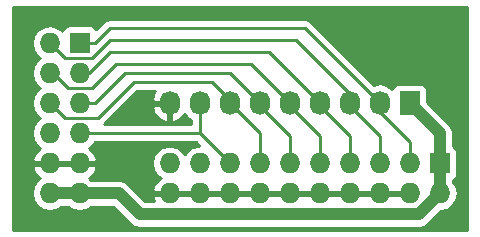
<source format=gbr>
G04 #@! TF.FileFunction,Copper,L1,Top,Signal*
%FSLAX46Y46*%
G04 Gerber Fmt 4.6, Leading zero omitted, Abs format (unit mm)*
G04 Created by KiCad (PCBNEW 0.201512211246+6391~39~ubuntu15.04.1-stable) date Do 31 Dez 2015 10:57:25 CET*
%MOMM*%
G01*
G04 APERTURE LIST*
%ADD10C,0.100000*%
%ADD11R,1.727200X1.727200*%
%ADD12O,1.727200X1.727200*%
%ADD13R,1.727200X2.032000*%
%ADD14O,1.727200X2.032000*%
%ADD15C,1.000000*%
%ADD16C,0.250000*%
%ADD17C,0.254000*%
G04 APERTURE END LIST*
D10*
D11*
X165100000Y-110490000D03*
D12*
X165100000Y-113030000D03*
X162560000Y-110490000D03*
X162560000Y-113030000D03*
X160020000Y-110490000D03*
X160020000Y-113030000D03*
X157480000Y-110490000D03*
X157480000Y-113030000D03*
X154940000Y-110490000D03*
X154940000Y-113030000D03*
X152400000Y-110490000D03*
X152400000Y-113030000D03*
X149860000Y-110490000D03*
X149860000Y-113030000D03*
X147320000Y-110490000D03*
X147320000Y-113030000D03*
X144780000Y-110490000D03*
X144780000Y-113030000D03*
X142240000Y-110490000D03*
X142240000Y-113030000D03*
D13*
X162560000Y-105410000D03*
D14*
X160020000Y-105410000D03*
X157480000Y-105410000D03*
X154940000Y-105410000D03*
X152400000Y-105410000D03*
X149860000Y-105410000D03*
X147320000Y-105410000D03*
X144780000Y-105410000D03*
X142240000Y-105410000D03*
D11*
X134620000Y-100330000D03*
D12*
X132080000Y-100330000D03*
X134620000Y-102870000D03*
X132080000Y-102870000D03*
X134620000Y-105410000D03*
X132080000Y-105410000D03*
X134620000Y-107950000D03*
X132080000Y-107950000D03*
X134620000Y-110490000D03*
X132080000Y-110490000D03*
X134620000Y-113030000D03*
X132080000Y-113030000D03*
D15*
X134620000Y-113030000D02*
X132080000Y-113030000D01*
X165100000Y-110490000D02*
X165100000Y-107950000D01*
X165100000Y-107950000D02*
X162560000Y-105410000D01*
X134620000Y-113030000D02*
X137922000Y-113030000D01*
X163322000Y-114808000D02*
X165100000Y-113030000D01*
X139700000Y-114808000D02*
X163322000Y-114808000D01*
X137922000Y-113030000D02*
X139700000Y-114808000D01*
X165100000Y-113030000D02*
X165100000Y-110490000D01*
D16*
X144780000Y-105410000D02*
X144780000Y-107950000D01*
X134620000Y-107950000D02*
X144780000Y-107950000D01*
X144780000Y-107950000D02*
X147320000Y-110490000D01*
X149860000Y-110490000D02*
X149860000Y-107950000D01*
X149860000Y-107950000D02*
X147320000Y-105410000D01*
X147320000Y-105410000D02*
X147320000Y-105156000D01*
X147320000Y-105156000D02*
X145796000Y-103632000D01*
X145796000Y-103632000D02*
X139192000Y-103632000D01*
X139192000Y-103632000D02*
X136144000Y-106680000D01*
X136144000Y-106680000D02*
X133350000Y-106680000D01*
X133350000Y-106680000D02*
X132080000Y-105410000D01*
X149860000Y-105410000D02*
X149860000Y-105664000D01*
X149860000Y-105664000D02*
X152400000Y-108204000D01*
X152400000Y-108204000D02*
X152400000Y-110490000D01*
X134620000Y-105410000D02*
X135890000Y-105410000D01*
X147320000Y-102870000D02*
X149860000Y-105410000D01*
X138430000Y-102870000D02*
X147320000Y-102870000D01*
X135890000Y-105410000D02*
X138430000Y-102870000D01*
X154940000Y-110490000D02*
X154940000Y-108204000D01*
X154940000Y-108204000D02*
X152400000Y-105664000D01*
X152400000Y-105664000D02*
X152400000Y-105410000D01*
X132080000Y-102870000D02*
X132334000Y-102870000D01*
X132334000Y-102870000D02*
X133604000Y-104140000D01*
X133604000Y-104140000D02*
X135636000Y-104140000D01*
X135636000Y-104140000D02*
X137668000Y-102108000D01*
X137668000Y-102108000D02*
X149098000Y-102108000D01*
X149098000Y-102108000D02*
X152400000Y-105410000D01*
X154940000Y-105410000D02*
X154940000Y-105664000D01*
X154940000Y-105664000D02*
X157480000Y-108204000D01*
X157480000Y-108204000D02*
X157480000Y-110490000D01*
X134620000Y-102870000D02*
X135382000Y-102870000D01*
X135382000Y-102870000D02*
X137160000Y-101092000D01*
X137160000Y-101092000D02*
X150622000Y-101092000D01*
X150622000Y-101092000D02*
X154940000Y-105410000D01*
X160020000Y-110490000D02*
X160020000Y-108204000D01*
X160020000Y-108204000D02*
X157480000Y-105664000D01*
X157480000Y-105664000D02*
X157480000Y-105410000D01*
X157480000Y-105410000D02*
X157480000Y-104648000D01*
X157480000Y-104648000D02*
X152908000Y-100076000D01*
X152908000Y-100076000D02*
X137160000Y-100076000D01*
X137160000Y-100076000D02*
X135636000Y-101600000D01*
X135636000Y-101600000D02*
X133350000Y-101600000D01*
X133350000Y-101600000D02*
X132080000Y-100330000D01*
X160020000Y-105410000D02*
X160020000Y-106172000D01*
X160020000Y-106172000D02*
X162560000Y-108712000D01*
X162560000Y-108712000D02*
X162560000Y-110490000D01*
X134620000Y-100330000D02*
X135890000Y-100330000D01*
X153670000Y-99060000D02*
X160020000Y-105410000D01*
X137160000Y-99060000D02*
X153670000Y-99060000D01*
X135890000Y-100330000D02*
X137160000Y-99060000D01*
D17*
G36*
X167438000Y-116130000D02*
X128980000Y-116130000D01*
X128980000Y-100300641D01*
X130581400Y-100300641D01*
X130581400Y-100359359D01*
X130695474Y-100932848D01*
X131020330Y-101419029D01*
X131291172Y-101600000D01*
X131020330Y-101780971D01*
X130695474Y-102267152D01*
X130581400Y-102840641D01*
X130581400Y-102899359D01*
X130695474Y-103472848D01*
X131020330Y-103959029D01*
X131291172Y-104140000D01*
X131020330Y-104320971D01*
X130695474Y-104807152D01*
X130581400Y-105380641D01*
X130581400Y-105439359D01*
X130695474Y-106012848D01*
X131020330Y-106499029D01*
X131291172Y-106680000D01*
X131020330Y-106860971D01*
X130695474Y-107347152D01*
X130581400Y-107920641D01*
X130581400Y-107979359D01*
X130695474Y-108552848D01*
X131020330Y-109039029D01*
X131291161Y-109219992D01*
X130873179Y-109601510D01*
X130625032Y-110130973D01*
X130745531Y-110363000D01*
X131953000Y-110363000D01*
X131953000Y-110343000D01*
X132207000Y-110343000D01*
X132207000Y-110363000D01*
X134493000Y-110363000D01*
X134493000Y-110343000D01*
X134747000Y-110343000D01*
X134747000Y-110363000D01*
X135954469Y-110363000D01*
X136074968Y-110130973D01*
X135826821Y-109601510D01*
X135408839Y-109219992D01*
X135679670Y-109039029D01*
X135899520Y-108710000D01*
X144465198Y-108710000D01*
X144747269Y-108992071D01*
X144177152Y-109105474D01*
X143690971Y-109430330D01*
X143510000Y-109701172D01*
X143329029Y-109430330D01*
X142842848Y-109105474D01*
X142269359Y-108991400D01*
X142210641Y-108991400D01*
X141637152Y-109105474D01*
X141150971Y-109430330D01*
X140826115Y-109916511D01*
X140712041Y-110490000D01*
X140826115Y-111063489D01*
X141150971Y-111549670D01*
X141474228Y-111765664D01*
X141351510Y-111823179D01*
X140957312Y-112255053D01*
X140785042Y-112670974D01*
X140906183Y-112903000D01*
X142113000Y-112903000D01*
X142113000Y-112883000D01*
X142367000Y-112883000D01*
X142367000Y-112903000D01*
X144653000Y-112903000D01*
X144653000Y-112883000D01*
X144907000Y-112883000D01*
X144907000Y-112903000D01*
X147193000Y-112903000D01*
X147193000Y-112883000D01*
X147447000Y-112883000D01*
X147447000Y-112903000D01*
X149733000Y-112903000D01*
X149733000Y-112883000D01*
X149987000Y-112883000D01*
X149987000Y-112903000D01*
X152273000Y-112903000D01*
X152273000Y-112883000D01*
X152527000Y-112883000D01*
X152527000Y-112903000D01*
X154813000Y-112903000D01*
X154813000Y-112883000D01*
X155067000Y-112883000D01*
X155067000Y-112903000D01*
X157353000Y-112903000D01*
X157353000Y-112883000D01*
X157607000Y-112883000D01*
X157607000Y-112903000D01*
X159893000Y-112903000D01*
X159893000Y-112883000D01*
X160147000Y-112883000D01*
X160147000Y-112903000D01*
X162433000Y-112903000D01*
X162433000Y-112883000D01*
X162687000Y-112883000D01*
X162687000Y-112903000D01*
X162707000Y-112903000D01*
X162707000Y-113157000D01*
X162687000Y-113157000D01*
X162687000Y-113177000D01*
X162433000Y-113177000D01*
X162433000Y-113157000D01*
X160147000Y-113157000D01*
X160147000Y-113177000D01*
X159893000Y-113177000D01*
X159893000Y-113157000D01*
X157607000Y-113157000D01*
X157607000Y-113177000D01*
X157353000Y-113177000D01*
X157353000Y-113157000D01*
X155067000Y-113157000D01*
X155067000Y-113177000D01*
X154813000Y-113177000D01*
X154813000Y-113157000D01*
X152527000Y-113157000D01*
X152527000Y-113177000D01*
X152273000Y-113177000D01*
X152273000Y-113157000D01*
X149987000Y-113157000D01*
X149987000Y-113177000D01*
X149733000Y-113177000D01*
X149733000Y-113157000D01*
X147447000Y-113157000D01*
X147447000Y-113177000D01*
X147193000Y-113177000D01*
X147193000Y-113157000D01*
X144907000Y-113157000D01*
X144907000Y-113177000D01*
X144653000Y-113177000D01*
X144653000Y-113157000D01*
X142367000Y-113157000D01*
X142367000Y-113177000D01*
X142113000Y-113177000D01*
X142113000Y-113157000D01*
X140906183Y-113157000D01*
X140785042Y-113389026D01*
X140902661Y-113673000D01*
X140170132Y-113673000D01*
X138724566Y-112227434D01*
X138356346Y-111981397D01*
X137922000Y-111895000D01*
X135610870Y-111895000D01*
X135408839Y-111760008D01*
X135826821Y-111378490D01*
X136074968Y-110849027D01*
X135954469Y-110617000D01*
X134747000Y-110617000D01*
X134747000Y-110637000D01*
X134493000Y-110637000D01*
X134493000Y-110617000D01*
X132207000Y-110617000D01*
X132207000Y-110637000D01*
X131953000Y-110637000D01*
X131953000Y-110617000D01*
X130745531Y-110617000D01*
X130625032Y-110849027D01*
X130873179Y-111378490D01*
X131291161Y-111760008D01*
X131020330Y-111940971D01*
X130695474Y-112427152D01*
X130581400Y-113000641D01*
X130581400Y-113059359D01*
X130695474Y-113632848D01*
X131020330Y-114119029D01*
X131506511Y-114443885D01*
X132080000Y-114557959D01*
X132653489Y-114443885D01*
X133070870Y-114165000D01*
X133629130Y-114165000D01*
X134046511Y-114443885D01*
X134620000Y-114557959D01*
X135193489Y-114443885D01*
X135610870Y-114165000D01*
X137451868Y-114165000D01*
X138897434Y-115610566D01*
X139265654Y-115856603D01*
X139700000Y-115943000D01*
X163322000Y-115943000D01*
X163756346Y-115856603D01*
X164124566Y-115610566D01*
X165225694Y-114509438D01*
X165702848Y-114414526D01*
X166189029Y-114089670D01*
X166513885Y-113603489D01*
X166627959Y-113030000D01*
X166513885Y-112456511D01*
X166235000Y-112039130D01*
X166235000Y-111933543D01*
X166415041Y-111817690D01*
X166560031Y-111605490D01*
X166611040Y-111353600D01*
X166611040Y-109626400D01*
X166566762Y-109391083D01*
X166427690Y-109174959D01*
X166235000Y-109043300D01*
X166235000Y-107950000D01*
X166148603Y-107515654D01*
X166059397Y-107382148D01*
X165902566Y-107147433D01*
X164071040Y-105315908D01*
X164071040Y-104394000D01*
X164026762Y-104158683D01*
X163887690Y-103942559D01*
X163675490Y-103797569D01*
X163423600Y-103746560D01*
X161696400Y-103746560D01*
X161461083Y-103790838D01*
X161244959Y-103929910D01*
X161099969Y-104142110D01*
X161091600Y-104183439D01*
X161079670Y-104165585D01*
X160593489Y-103840729D01*
X160020000Y-103726655D01*
X159512421Y-103827619D01*
X154207401Y-98522599D01*
X153960839Y-98357852D01*
X153670000Y-98300000D01*
X137160000Y-98300000D01*
X136869160Y-98357852D01*
X136622599Y-98522599D01*
X136019164Y-99126034D01*
X135947690Y-99014959D01*
X135735490Y-98869969D01*
X135483600Y-98818960D01*
X133756400Y-98818960D01*
X133521083Y-98863238D01*
X133304959Y-99002310D01*
X133159969Y-99214510D01*
X133151136Y-99258131D01*
X133139670Y-99240971D01*
X132653489Y-98916115D01*
X132080000Y-98802041D01*
X131506511Y-98916115D01*
X131020330Y-99240971D01*
X130695474Y-99727152D01*
X130581400Y-100300641D01*
X128980000Y-100300641D01*
X128980000Y-97230000D01*
X167438000Y-97230000D01*
X167438000Y-116130000D01*
X167438000Y-116130000D01*
G37*
X167438000Y-116130000D02*
X128980000Y-116130000D01*
X128980000Y-100300641D01*
X130581400Y-100300641D01*
X130581400Y-100359359D01*
X130695474Y-100932848D01*
X131020330Y-101419029D01*
X131291172Y-101600000D01*
X131020330Y-101780971D01*
X130695474Y-102267152D01*
X130581400Y-102840641D01*
X130581400Y-102899359D01*
X130695474Y-103472848D01*
X131020330Y-103959029D01*
X131291172Y-104140000D01*
X131020330Y-104320971D01*
X130695474Y-104807152D01*
X130581400Y-105380641D01*
X130581400Y-105439359D01*
X130695474Y-106012848D01*
X131020330Y-106499029D01*
X131291172Y-106680000D01*
X131020330Y-106860971D01*
X130695474Y-107347152D01*
X130581400Y-107920641D01*
X130581400Y-107979359D01*
X130695474Y-108552848D01*
X131020330Y-109039029D01*
X131291161Y-109219992D01*
X130873179Y-109601510D01*
X130625032Y-110130973D01*
X130745531Y-110363000D01*
X131953000Y-110363000D01*
X131953000Y-110343000D01*
X132207000Y-110343000D01*
X132207000Y-110363000D01*
X134493000Y-110363000D01*
X134493000Y-110343000D01*
X134747000Y-110343000D01*
X134747000Y-110363000D01*
X135954469Y-110363000D01*
X136074968Y-110130973D01*
X135826821Y-109601510D01*
X135408839Y-109219992D01*
X135679670Y-109039029D01*
X135899520Y-108710000D01*
X144465198Y-108710000D01*
X144747269Y-108992071D01*
X144177152Y-109105474D01*
X143690971Y-109430330D01*
X143510000Y-109701172D01*
X143329029Y-109430330D01*
X142842848Y-109105474D01*
X142269359Y-108991400D01*
X142210641Y-108991400D01*
X141637152Y-109105474D01*
X141150971Y-109430330D01*
X140826115Y-109916511D01*
X140712041Y-110490000D01*
X140826115Y-111063489D01*
X141150971Y-111549670D01*
X141474228Y-111765664D01*
X141351510Y-111823179D01*
X140957312Y-112255053D01*
X140785042Y-112670974D01*
X140906183Y-112903000D01*
X142113000Y-112903000D01*
X142113000Y-112883000D01*
X142367000Y-112883000D01*
X142367000Y-112903000D01*
X144653000Y-112903000D01*
X144653000Y-112883000D01*
X144907000Y-112883000D01*
X144907000Y-112903000D01*
X147193000Y-112903000D01*
X147193000Y-112883000D01*
X147447000Y-112883000D01*
X147447000Y-112903000D01*
X149733000Y-112903000D01*
X149733000Y-112883000D01*
X149987000Y-112883000D01*
X149987000Y-112903000D01*
X152273000Y-112903000D01*
X152273000Y-112883000D01*
X152527000Y-112883000D01*
X152527000Y-112903000D01*
X154813000Y-112903000D01*
X154813000Y-112883000D01*
X155067000Y-112883000D01*
X155067000Y-112903000D01*
X157353000Y-112903000D01*
X157353000Y-112883000D01*
X157607000Y-112883000D01*
X157607000Y-112903000D01*
X159893000Y-112903000D01*
X159893000Y-112883000D01*
X160147000Y-112883000D01*
X160147000Y-112903000D01*
X162433000Y-112903000D01*
X162433000Y-112883000D01*
X162687000Y-112883000D01*
X162687000Y-112903000D01*
X162707000Y-112903000D01*
X162707000Y-113157000D01*
X162687000Y-113157000D01*
X162687000Y-113177000D01*
X162433000Y-113177000D01*
X162433000Y-113157000D01*
X160147000Y-113157000D01*
X160147000Y-113177000D01*
X159893000Y-113177000D01*
X159893000Y-113157000D01*
X157607000Y-113157000D01*
X157607000Y-113177000D01*
X157353000Y-113177000D01*
X157353000Y-113157000D01*
X155067000Y-113157000D01*
X155067000Y-113177000D01*
X154813000Y-113177000D01*
X154813000Y-113157000D01*
X152527000Y-113157000D01*
X152527000Y-113177000D01*
X152273000Y-113177000D01*
X152273000Y-113157000D01*
X149987000Y-113157000D01*
X149987000Y-113177000D01*
X149733000Y-113177000D01*
X149733000Y-113157000D01*
X147447000Y-113157000D01*
X147447000Y-113177000D01*
X147193000Y-113177000D01*
X147193000Y-113157000D01*
X144907000Y-113157000D01*
X144907000Y-113177000D01*
X144653000Y-113177000D01*
X144653000Y-113157000D01*
X142367000Y-113157000D01*
X142367000Y-113177000D01*
X142113000Y-113177000D01*
X142113000Y-113157000D01*
X140906183Y-113157000D01*
X140785042Y-113389026D01*
X140902661Y-113673000D01*
X140170132Y-113673000D01*
X138724566Y-112227434D01*
X138356346Y-111981397D01*
X137922000Y-111895000D01*
X135610870Y-111895000D01*
X135408839Y-111760008D01*
X135826821Y-111378490D01*
X136074968Y-110849027D01*
X135954469Y-110617000D01*
X134747000Y-110617000D01*
X134747000Y-110637000D01*
X134493000Y-110637000D01*
X134493000Y-110617000D01*
X132207000Y-110617000D01*
X132207000Y-110637000D01*
X131953000Y-110637000D01*
X131953000Y-110617000D01*
X130745531Y-110617000D01*
X130625032Y-110849027D01*
X130873179Y-111378490D01*
X131291161Y-111760008D01*
X131020330Y-111940971D01*
X130695474Y-112427152D01*
X130581400Y-113000641D01*
X130581400Y-113059359D01*
X130695474Y-113632848D01*
X131020330Y-114119029D01*
X131506511Y-114443885D01*
X132080000Y-114557959D01*
X132653489Y-114443885D01*
X133070870Y-114165000D01*
X133629130Y-114165000D01*
X134046511Y-114443885D01*
X134620000Y-114557959D01*
X135193489Y-114443885D01*
X135610870Y-114165000D01*
X137451868Y-114165000D01*
X138897434Y-115610566D01*
X139265654Y-115856603D01*
X139700000Y-115943000D01*
X163322000Y-115943000D01*
X163756346Y-115856603D01*
X164124566Y-115610566D01*
X165225694Y-114509438D01*
X165702848Y-114414526D01*
X166189029Y-114089670D01*
X166513885Y-113603489D01*
X166627959Y-113030000D01*
X166513885Y-112456511D01*
X166235000Y-112039130D01*
X166235000Y-111933543D01*
X166415041Y-111817690D01*
X166560031Y-111605490D01*
X166611040Y-111353600D01*
X166611040Y-109626400D01*
X166566762Y-109391083D01*
X166427690Y-109174959D01*
X166235000Y-109043300D01*
X166235000Y-107950000D01*
X166148603Y-107515654D01*
X166059397Y-107382148D01*
X165902566Y-107147433D01*
X164071040Y-105315908D01*
X164071040Y-104394000D01*
X164026762Y-104158683D01*
X163887690Y-103942559D01*
X163675490Y-103797569D01*
X163423600Y-103746560D01*
X161696400Y-103746560D01*
X161461083Y-103790838D01*
X161244959Y-103929910D01*
X161099969Y-104142110D01*
X161091600Y-104183439D01*
X161079670Y-104165585D01*
X160593489Y-103840729D01*
X160020000Y-103726655D01*
X159512421Y-103827619D01*
X154207401Y-98522599D01*
X153960839Y-98357852D01*
X153670000Y-98300000D01*
X137160000Y-98300000D01*
X136869160Y-98357852D01*
X136622599Y-98522599D01*
X136019164Y-99126034D01*
X135947690Y-99014959D01*
X135735490Y-98869969D01*
X135483600Y-98818960D01*
X133756400Y-98818960D01*
X133521083Y-98863238D01*
X133304959Y-99002310D01*
X133159969Y-99214510D01*
X133151136Y-99258131D01*
X133139670Y-99240971D01*
X132653489Y-98916115D01*
X132080000Y-98802041D01*
X131506511Y-98916115D01*
X131020330Y-99240971D01*
X130695474Y-99727152D01*
X130581400Y-100300641D01*
X128980000Y-100300641D01*
X128980000Y-97230000D01*
X167438000Y-97230000D01*
X167438000Y-116130000D01*
G36*
X140948046Y-104495680D02*
X140754816Y-105048087D01*
X140899076Y-105283000D01*
X142113000Y-105283000D01*
X142113000Y-105263000D01*
X142367000Y-105263000D01*
X142367000Y-105283000D01*
X142387000Y-105283000D01*
X142387000Y-105537000D01*
X142367000Y-105537000D01*
X142367000Y-106896217D01*
X142599026Y-107017358D01*
X142614791Y-107014709D01*
X143142036Y-106760732D01*
X143513539Y-106344931D01*
X143720330Y-106654415D01*
X144020000Y-106854648D01*
X144020000Y-107190000D01*
X136708802Y-107190000D01*
X138126889Y-105771913D01*
X140754816Y-105771913D01*
X140948046Y-106324320D01*
X141337964Y-106760732D01*
X141865209Y-107014709D01*
X141880974Y-107017358D01*
X142113000Y-106896217D01*
X142113000Y-105537000D01*
X140899076Y-105537000D01*
X140754816Y-105771913D01*
X138126889Y-105771913D01*
X139506802Y-104392000D01*
X141040680Y-104392000D01*
X140948046Y-104495680D01*
X140948046Y-104495680D01*
G37*
X140948046Y-104495680D02*
X140754816Y-105048087D01*
X140899076Y-105283000D01*
X142113000Y-105283000D01*
X142113000Y-105263000D01*
X142367000Y-105263000D01*
X142367000Y-105283000D01*
X142387000Y-105283000D01*
X142387000Y-105537000D01*
X142367000Y-105537000D01*
X142367000Y-106896217D01*
X142599026Y-107017358D01*
X142614791Y-107014709D01*
X143142036Y-106760732D01*
X143513539Y-106344931D01*
X143720330Y-106654415D01*
X144020000Y-106854648D01*
X144020000Y-107190000D01*
X136708802Y-107190000D01*
X138126889Y-105771913D01*
X140754816Y-105771913D01*
X140948046Y-106324320D01*
X141337964Y-106760732D01*
X141865209Y-107014709D01*
X141880974Y-107017358D01*
X142113000Y-106896217D01*
X142113000Y-105537000D01*
X140899076Y-105537000D01*
X140754816Y-105771913D01*
X138126889Y-105771913D01*
X139506802Y-104392000D01*
X141040680Y-104392000D01*
X140948046Y-104495680D01*
M02*

</source>
